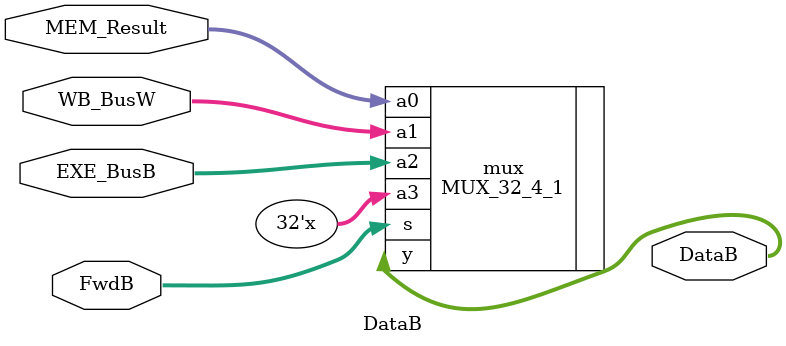
<source format=v>
`timescale 1ns / 1ps
module DataB(
	EXE_BusB, WB_BusW, MEM_Result,
	FwdB,
	DataB
    );
	input [31:0] EXE_BusB, WB_BusW, MEM_Result;
	input [1:0] FwdB;
	output [31:0] DataB;
	MUX_32_4_1 mux(
		.a0(MEM_Result),
		.a1(WB_BusW),
		.a2(EXE_BusB),
		.a3(32'hxxxxxxxx),
		.s(FwdB),
		.y(DataB)
	);

endmodule

</source>
